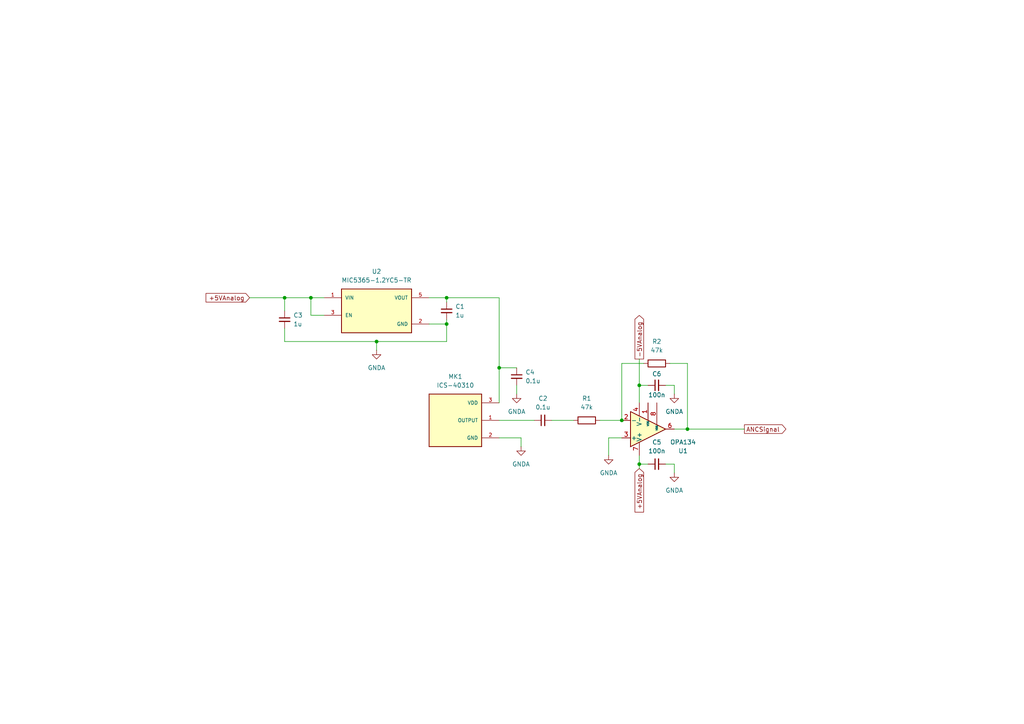
<source format=kicad_sch>
(kicad_sch (version 20231120) (generator "eeschema") (generator_version "8.0")
  (paper "A4")
  (lib_symbols
    (symbol "Amplifier_Operational:OPA134" (pin_names (offset 0.127))
      (property "Reference" "U" (at 1.27 6.35 0))
      (property "Value" "OPA134" (at 1.27 3.81 0))
      (symbol "OPA134_0_1"
        (polyline (pts (xy -5.08 5.08) (xy 5.08 0) (xy -5.08 -5.08) (xy -5.08 5.08)) (stroke (width 0.254)) (fill (type background)))
      )
      (symbol "OPA134_1_1"
        (pin input line (at 0 -7.62 90) (length 5.08) (name "VOS") (number "1"))
        (pin input line (at -7.62 -2.54 0) (length 2.54) (name "-") (number "2"))
        (pin input line (at -7.62 2.54 0) (length 2.54) (name "+") (number "3"))
        (pin power_in line (at -2.54 -7.62 90) (length 3.81) (name "V-") (number "4"))
        (pin no_connect line (at 0 2.54 270) (length 2.54) hide (name "NC") (number "5"))
        (pin output line (at 7.62 0 180) (length 2.54) (name "~") (number "6"))
        (pin power_in line (at -2.54 7.62 270) (length 3.81) (name "V+") (number "7"))
        (pin input line (at 2.54 -7.62 90) (length 6.35) (name "VOS") (number "8"))
      )
    )
    (symbol "AudioSystemSymbolLibrary:ICS-40310" (pin_names (offset 1.016))
      (property "Reference" "MK" (at -7.62 8.89 0))
      (property "Value" "ICS-40310" (at -7.62 -8.89 0))
      (symbol "ICS-40310_0_0"
        (rectangle (start -7.62 -7.62) (end 7.62 7.62) (stroke (width 0.254)) (fill (type background)))
        (pin output line (at 12.7 0 180) (length 5.08) (name "OUTPUT") (number "1"))
        (pin power_in line (at 12.7 -5.08 180) (length 5.08) (name "GND") (number "2"))
        (pin power_in line (at 12.7 5.08 180) (length 5.08) (name "VDD") (number "3"))
      )
    )
    (symbol "AudioSystemSymbolLibrary:MIC5365-1.2YC5-TR" (pin_names (offset 1.016))
      (property "Reference" "U" (at -10.16 6.35 0))
      (property "Value" "MIC5365-1.2YC5-TR" (at -10.16 -8.89 0))
      (symbol "MIC5365-1.2YC5-TR_0_0"
        (rectangle (start -10.16 -7.62) (end 10.16 5.08) (stroke (width 0.254)) (fill (type background)))
        (pin input line (at -15.24 2.54 0) (length 5.08) (name "VIN") (number "1"))
        (pin power_in line (at 15.24 -5.08 180) (length 5.08) (name "GND") (number "2"))
        (pin input line (at -15.24 -2.54 0) (length 5.08) (name "EN") (number "3"))
        (pin output line (at 15.24 2.54 180) (length 5.08) (name "VOUT") (number "5"))
      )
    )
    (symbol "Device:C_Small" (pin_numbers hide) (pin_names (offset 0.254) hide)
      (property "Reference" "C" (at 0.254 1.778 0))
      (property "Value" "C_Small" (at 0.254 -2.032 0))
      (symbol "C_Small_0_1"
        (polyline (pts (xy -1.524 -0.508) (xy 1.524 -0.508)) (stroke (width 0.3302)))
        (polyline (pts (xy -1.524 0.508) (xy 1.524 0.508)) (stroke (width 0.3048)))
      )
      (symbol "C_Small_1_1"
        (pin passive line (at 0 2.54 270) (length 2.032) (name "~") (number "1"))
        (pin passive line (at 0 -2.54 90) (length 2.032) (name "~") (number "2"))
      )
    )
    (symbol "Device:R" (pin_numbers hide) (pin_names (offset 0))
      (property "Reference" "R" (at 2.032 0 90))
      (property "Value" "R" (at 0 0 90))
      (symbol "R_0_1"
        (rectangle (start -1.016 -2.54) (end 1.016 2.54) (stroke (width 0.254)))
      )
      (symbol "R_1_1"
        (pin passive line (at 0 3.81 270) (length 1.27) (name "~") (number "1"))
        (pin passive line (at 0 -3.81 90) (length 1.27) (name "~") (number "2"))
      )
    )
    (symbol "power:GNDA" (power) (pin_numbers hide) (pin_names (offset 0) hide)
      (property "Value" "GNDA" (at 0 -3.81 0))
      (symbol "GNDA_0_1"
        (polyline (pts (xy 0 0) (xy 0 -1.27) (xy 1.27 -1.27) (xy 0 -2.54) (xy -1.27 -1.27) (xy 0 -1.27)))
      )
      (symbol "GNDA_1_1"
        (pin power_in line (at 0 0 270) (length 0) (name "~") (number "1"))
      )
    )
  )
  (junction (at 129.54 93.98))
  (junction (at 199.39 124.46))
  (junction (at 129.54 86.36))
  (junction (at 180.34 121.92))
  (junction (at 185.42 111.76))
  (junction (at 90.17 86.36))
  (junction (at 144.78 106.68))
  (junction (at 185.42 134.62))
  (junction (at 82.55 86.36))
  (junction (at 109.22 99.06))
  (wire (pts (xy 129.54 86.36) (xy 144.78 86.36)))
  (wire (pts (xy 149.86 111.76) (xy 149.86 114.3)))
  (wire (pts (xy 82.55 99.06) (xy 109.22 99.06)))
  (wire (pts (xy 129.54 92.71) (xy 129.54 93.98)))
  (wire (pts (xy 82.55 86.36) (xy 90.17 86.36)))
  (wire (pts (xy 176.53 127) (xy 176.53 132.08)))
  (wire (pts (xy 109.22 101.6) (xy 109.22 99.06)))
  (wire (pts (xy 144.78 121.92) (xy 154.94 121.92)))
  (wire (pts (xy 176.53 127) (xy 180.34 127)))
  (wire (pts (xy 144.78 106.68) (xy 144.78 116.84)))
  (wire (pts (xy 151.13 127) (xy 151.13 129.54)))
  (wire (pts (xy 193.04 111.76) (xy 195.58 111.76)))
  (wire (pts (xy 160.02 121.92) (xy 166.37 121.92)))
  (wire (pts (xy 144.78 86.36) (xy 144.78 106.68)))
  (wire (pts (xy 144.78 127) (xy 151.13 127)))
  (wire (pts (xy 82.55 99.06) (xy 82.55 95.25)))
  (wire (pts (xy 93.98 91.44) (xy 90.17 91.44)))
  (wire (pts (xy 185.42 111.76) (xy 185.42 116.84)))
  (wire (pts (xy 199.39 124.46) (xy 195.58 124.46)))
  (wire (pts (xy 129.54 93.98) (xy 129.54 99.06)))
  (wire (pts (xy 124.46 93.98) (xy 129.54 93.98)))
  (wire (pts (xy 195.58 134.62) (xy 195.58 137.16)))
  (wire (pts (xy 199.39 124.46) (xy 215.9 124.46)))
  (wire (pts (xy 180.34 105.41) (xy 186.69 105.41)))
  (wire (pts (xy 82.55 86.36) (xy 72.39 86.36)))
  (wire (pts (xy 187.96 111.76) (xy 185.42 111.76)))
  (wire (pts (xy 187.96 134.62) (xy 185.42 134.62)))
  (wire (pts (xy 129.54 87.63) (xy 129.54 86.36)))
  (wire (pts (xy 193.04 134.62) (xy 195.58 134.62)))
  (wire (pts (xy 199.39 105.41) (xy 199.39 124.46)))
  (wire (pts (xy 195.58 111.76) (xy 195.58 114.3)))
  (wire (pts (xy 82.55 90.17) (xy 82.55 86.36)))
  (wire (pts (xy 90.17 91.44) (xy 90.17 86.36)))
  (wire (pts (xy 180.34 121.92) (xy 180.34 105.41)))
  (wire (pts (xy 194.31 105.41) (xy 199.39 105.41)))
  (wire (pts (xy 109.22 99.06) (xy 129.54 99.06)))
  (wire (pts (xy 129.54 86.36) (xy 124.46 86.36)))
  (wire (pts (xy 144.78 106.68) (xy 149.86 106.68)))
  (wire (pts (xy 173.99 121.92) (xy 180.34 121.92)))
  (wire (pts (xy 185.42 135.89) (xy 185.42 134.62)))
  (wire (pts (xy 185.42 134.62) (xy 185.42 132.08)))
  (wire (pts (xy 90.17 86.36) (xy 93.98 86.36)))
  (wire (pts (xy 185.42 104.14) (xy 185.42 111.76)))
  (global_label "ANCSignal" (shape output) (at 215.9 124.46 0) (property "Intersheetrefs" "${INTERSHEET_REFS}" (effects (hide yes))))
  (global_label "+5VAnalog" (shape input) (at 185.42 135.89 270) (property "Intersheetrefs" "${INTERSHEET_REFS}" (effects (hide yes))))
  (global_label "+5VAnalog" (shape input) (at 72.39 86.36 180) (property "Intersheetrefs" "${INTERSHEET_REFS}" (effects (hide yes))))
  (global_label "-5VAnalog" (shape output) (at 185.42 104.14 90) (property "Intersheetrefs" "${INTERSHEET_REFS}" (effects (hide yes))))
  (symbol (lib_id "power:GNDA") (at 151.13 129.54 0) (unit 1)
    (property "Reference" "#PWR05" (effects (hide yes)))
    (property "Value" "GNDA" (at 151.13 134.62 0))
    (property "Description" "Power symbol creates a global label with name \"GNDA\" , analog ground" (effects (hide yes)))
  )
  (symbol (lib_id "power:GNDA") (at 195.58 114.3 0) (unit 1)
    (property "Reference" "#PWR06" (effects (hide yes)))
    (property "Value" "GNDA" (at 195.58 119.38 0))
    (property "Description" "Power symbol creates a global label with name \"GNDA\" , analog ground" (effects (hide yes)))
  )
  (symbol (lib_id "Amplifier_Operational:OPA134") (at 187.96 124.46 0) (mirror x) (unit 1)
    (property "Reference" "U1" (at 198.12 130.7786 0))
    (property "Value" "OPA134" (at 198.12 128.2386 0))
    (property "Footprint" "AudioSystemFootprintLibrary:OPA134UA" (effects (hide yes)))
    (property "Datasheet" "http://www.ti.com/lit/ds/symlink/opa134.pdf" (effects (hide yes)))
    (property "Description" "Single SoundPlus High Performance Audio Operational Amplifiers, DIP-8/SOIC-8" (effects (hide yes)))
  )
  (symbol (lib_id "Device:C_Small") (at 82.55 92.71 0) (unit 1)
    (property "Reference" "C3" (at 85.09 91.4462 0) (effects (justify left)))
    (property "Value" "1u" (at 85.09 93.9862 0) (effects (justify left)))
    (property "Description" "Unpolarized capacitor, small symbol" (effects (hide yes)))
  )
  (symbol (lib_id "power:GNDA") (at 176.53 132.08 0) (unit 1)
    (property "Reference" "#PWR03" (effects (hide yes)))
    (property "Value" "GNDA" (at 176.53 137.16 0))
    (property "Description" "Power symbol creates a global label with name \"GNDA\" , analog ground" (effects (hide yes)))
  )
  (symbol (lib_id "Device:C_Small") (at 149.86 109.22 0) (unit 1)
    (property "Reference" "C4" (at 152.4 107.9562 0) (effects (justify left)))
    (property "Value" "0.1u" (at 152.4 110.4962 0) (effects (justify left)))
    (property "Description" "Unpolarized capacitor, small symbol" (effects (hide yes)))
  )
  (symbol (lib_id "power:GNDA") (at 109.22 101.6 0) (unit 1)
    (property "Reference" "#PWR01" (effects (hide yes)))
    (property "Value" "GNDA" (at 109.22 106.68 0))
    (property "Description" "Power symbol creates a global label with name \"GNDA\" , analog ground" (effects (hide yes)))
  )
  (symbol (lib_id "Device:C_Small") (at 190.5 111.76 90) (unit 1)
    (property "Reference" "C6" (at 190.5 108.458 90))
    (property "Value" "100n" (at 190.5 114.554 90))
    (property "Description" "Unpolarized capacitor, small symbol" (effects (hide yes)))
  )
  (symbol (lib_id "power:GNDA") (at 149.86 114.3 0) (unit 1)
    (property "Reference" "#PWR02" (effects (hide yes)))
    (property "Value" "GNDA" (at 149.86 119.38 0))
    (property "Description" "Power symbol creates a global label with name \"GNDA\" , analog ground" (effects (hide yes)))
  )
  (symbol (lib_id "AudioSystemSymbolLibrary:ICS-40310") (at 132.08 121.92 0) (unit 1)
    (property "Reference" "MK1" (at 132.08 109.22 0))
    (property "Value" "ICS-40310" (at 132.08 111.76 0))
    (property "Footprint" "AudioSystemFootprintLibrary:MIC_ICS-40310" (effects (hide yes)))
    (property "MF" "TDK InvenSense" (effects (hide yes)))
    (property "MAXIMUM_PACKAGE_HEIGHT" "1.08mm" (effects (hide yes)))
    (property "Package" "None" (effects (hide yes)))
    (property "Price" "None" (effects (hide yes)))
    (property "Check_prices" "https://www.snapeda.com/parts/ICS-40310/TDK+InvenSense/view-part/?ref=eda" (effects (hide yes)))
    (property "STANDARD" "Manufacturer Recommendations" (effects (hide yes)))
    (property "PARTREV" "1.2" (effects (hide yes)))
    (property "SnapEDA_Link" "https://www.snapeda.com/parts/ICS-40310/TDK+InvenSense/view-part/?ref=snap" (effects (hide yes)))
    (property "MP" "ICS-40310" (effects (hide yes)))
    (property "Description_1" "\n90 Hz ~ 16 kHz Analog Microphone MEMS (Silicon) 0.9 V ~ 1.3 V Omnidirectional (-37dB ±3dB @ 94dB SPL) Solder Pads\n" (effects (hide yes)))
    (property "Availability" "In Stock" (effects (hide yes)))
    (property "MANUFACTURER" "InvenSense" (effects (hide yes)))
  )
  (symbol (lib_id "Device:R") (at 170.18 121.92 90) (unit 1)
    (property "Reference" "R1" (at 170.18 115.57 90))
    (property "Value" "47k" (at 170.18 118.11 90))
    (property "Description" "Resistor" (effects (hide yes)))
  )
  (symbol (lib_id "power:GNDA") (at 195.58 137.16 0) (unit 1)
    (property "Reference" "#PWR04" (effects (hide yes)))
    (property "Value" "GNDA" (at 195.58 142.24 0))
    (property "Description" "Power symbol creates a global label with name \"GNDA\" , analog ground" (effects (hide yes)))
  )
  (symbol (lib_id "AudioSystemSymbolLibrary:MIC5365-1.2YC5-TR") (at 109.22 88.9 0) (unit 1)
    (property "Reference" "U2" (at 109.22 78.74 0))
    (property "Value" "MIC5365-1.2YC5-TR" (at 109.22 81.28 0))
    (property "Footprint" "AudioSystemFootprintLibrary:MIC5365-1.2YC5-TR" (effects (hide yes)))
    (property "MF" "Microchip" (effects (hide yes)))
    (property "MAXIMUM_PACKAGE_HEIGHT" "1.10mm" (effects (hide yes)))
    (property "Package" "SC-70-5 Microchip" (effects (hide yes)))
    (property "Price" "None" (effects (hide yes)))
    (property "Check_prices" "https://www.snapeda.com/parts/MIC5365-1.2YC5-TR/Microchip/view-part/?ref=eda" (effects (hide yes)))
    (property "STANDARD" "IPC 7351B" (effects (hide yes)))
    (property "PARTREV" "3.1 - July 16, 2013" (effects (hide yes)))
    (property "SnapEDA_Link" "https://www.snapeda.com/parts/MIC5365-1.2YC5-TR/Microchip/view-part/?ref=snap" (effects (hide yes)))
    (property "MP" "MIC5365-1.2YC5-TR" (effects (hide yes)))
    (property "Description_1" "\n                        \n                            Linear Voltage Regulator IC Positive Fixed 1 Output  150mA SC-70-5\n                        \n" (effects (hide yes)))
    (property "Availability" "In Stock" (effects (hide yes)))
    (property "MANUFACTURER" "Micrel" (effects (hide yes)))
  )
  (symbol (lib_id "Device:C_Small") (at 129.54 90.17 0) (unit 1)
    (property "Reference" "C1" (at 132.08 88.9062 0) (effects (justify left)))
    (property "Value" "1u" (at 132.08 91.4462 0) (effects (justify left)))
    (property "Description" "Unpolarized capacitor, small symbol" (effects (hide yes)))
  )
  (symbol (lib_id "Device:C_Small") (at 190.5 134.62 90) (unit 1)
    (property "Reference" "C5" (at 190.5063 128.27 90))
    (property "Value" "100n" (at 190.5063 130.81 90))
    (property "Description" "Unpolarized capacitor, small symbol" (effects (hide yes)))
  )
  (symbol (lib_id "Device:R") (at 190.5 105.41 90) (unit 1)
    (property "Reference" "R2" (at 190.5 99.06 90))
    (property "Value" "47k" (at 190.5 101.6 90))
    (property "Description" "Resistor" (effects (hide yes)))
  )
  (symbol (lib_id "Device:C_Small") (at 157.48 121.92 90) (unit 1)
    (property "Reference" "C2" (at 157.4863 115.57 90))
    (property "Value" "0.1u" (at 157.4863 118.11 90))
    (property "Description" "Unpolarized capacitor, small symbol" (effects (hide yes)))
  )
)
</source>
